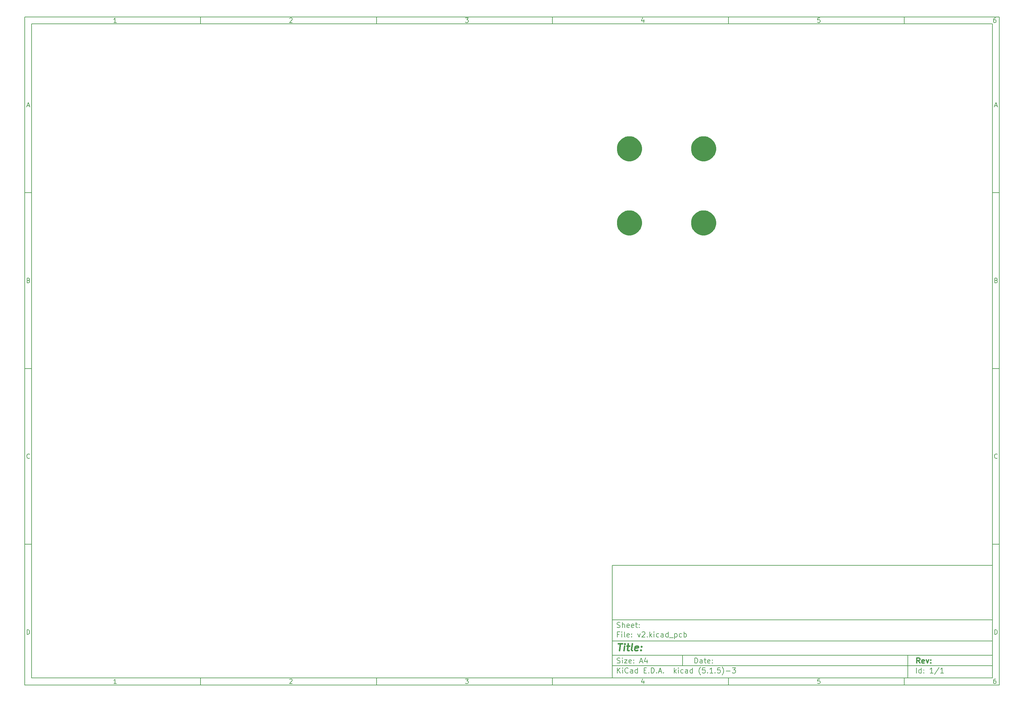
<source format=gbr>
G04 #@! TF.GenerationSoftware,KiCad,Pcbnew,(5.1.5)-3*
G04 #@! TF.CreationDate,2020-05-09T15:27:07-04:00*
G04 #@! TF.ProjectId,v2,76322e6b-6963-4616-945f-706362585858,rev?*
G04 #@! TF.SameCoordinates,Original*
G04 #@! TF.FileFunction,Soldermask,Bot*
G04 #@! TF.FilePolarity,Negative*
%FSLAX46Y46*%
G04 Gerber Fmt 4.6, Leading zero omitted, Abs format (unit mm)*
G04 Created by KiCad (PCBNEW (5.1.5)-3) date 2020-05-09 15:27:07*
%MOMM*%
%LPD*%
G04 APERTURE LIST*
%ADD10C,0.100000*%
%ADD11C,0.150000*%
%ADD12C,0.300000*%
%ADD13C,0.400000*%
G04 APERTURE END LIST*
D10*
D11*
X177002200Y-166007200D02*
X177002200Y-198007200D01*
X285002200Y-198007200D01*
X285002200Y-166007200D01*
X177002200Y-166007200D01*
D10*
D11*
X10000000Y-10000000D02*
X10000000Y-200007200D01*
X287002200Y-200007200D01*
X287002200Y-10000000D01*
X10000000Y-10000000D01*
D10*
D11*
X12000000Y-12000000D02*
X12000000Y-198007200D01*
X285002200Y-198007200D01*
X285002200Y-12000000D01*
X12000000Y-12000000D01*
D10*
D11*
X60000000Y-12000000D02*
X60000000Y-10000000D01*
D10*
D11*
X110000000Y-12000000D02*
X110000000Y-10000000D01*
D10*
D11*
X160000000Y-12000000D02*
X160000000Y-10000000D01*
D10*
D11*
X210000000Y-12000000D02*
X210000000Y-10000000D01*
D10*
D11*
X260000000Y-12000000D02*
X260000000Y-10000000D01*
D10*
D11*
X36065476Y-11588095D02*
X35322619Y-11588095D01*
X35694047Y-11588095D02*
X35694047Y-10288095D01*
X35570238Y-10473809D01*
X35446428Y-10597619D01*
X35322619Y-10659523D01*
D10*
D11*
X85322619Y-10411904D02*
X85384523Y-10350000D01*
X85508333Y-10288095D01*
X85817857Y-10288095D01*
X85941666Y-10350000D01*
X86003571Y-10411904D01*
X86065476Y-10535714D01*
X86065476Y-10659523D01*
X86003571Y-10845238D01*
X85260714Y-11588095D01*
X86065476Y-11588095D01*
D10*
D11*
X135260714Y-10288095D02*
X136065476Y-10288095D01*
X135632142Y-10783333D01*
X135817857Y-10783333D01*
X135941666Y-10845238D01*
X136003571Y-10907142D01*
X136065476Y-11030952D01*
X136065476Y-11340476D01*
X136003571Y-11464285D01*
X135941666Y-11526190D01*
X135817857Y-11588095D01*
X135446428Y-11588095D01*
X135322619Y-11526190D01*
X135260714Y-11464285D01*
D10*
D11*
X185941666Y-10721428D02*
X185941666Y-11588095D01*
X185632142Y-10226190D02*
X185322619Y-11154761D01*
X186127380Y-11154761D01*
D10*
D11*
X236003571Y-10288095D02*
X235384523Y-10288095D01*
X235322619Y-10907142D01*
X235384523Y-10845238D01*
X235508333Y-10783333D01*
X235817857Y-10783333D01*
X235941666Y-10845238D01*
X236003571Y-10907142D01*
X236065476Y-11030952D01*
X236065476Y-11340476D01*
X236003571Y-11464285D01*
X235941666Y-11526190D01*
X235817857Y-11588095D01*
X235508333Y-11588095D01*
X235384523Y-11526190D01*
X235322619Y-11464285D01*
D10*
D11*
X285941666Y-10288095D02*
X285694047Y-10288095D01*
X285570238Y-10350000D01*
X285508333Y-10411904D01*
X285384523Y-10597619D01*
X285322619Y-10845238D01*
X285322619Y-11340476D01*
X285384523Y-11464285D01*
X285446428Y-11526190D01*
X285570238Y-11588095D01*
X285817857Y-11588095D01*
X285941666Y-11526190D01*
X286003571Y-11464285D01*
X286065476Y-11340476D01*
X286065476Y-11030952D01*
X286003571Y-10907142D01*
X285941666Y-10845238D01*
X285817857Y-10783333D01*
X285570238Y-10783333D01*
X285446428Y-10845238D01*
X285384523Y-10907142D01*
X285322619Y-11030952D01*
D10*
D11*
X60000000Y-198007200D02*
X60000000Y-200007200D01*
D10*
D11*
X110000000Y-198007200D02*
X110000000Y-200007200D01*
D10*
D11*
X160000000Y-198007200D02*
X160000000Y-200007200D01*
D10*
D11*
X210000000Y-198007200D02*
X210000000Y-200007200D01*
D10*
D11*
X260000000Y-198007200D02*
X260000000Y-200007200D01*
D10*
D11*
X36065476Y-199595295D02*
X35322619Y-199595295D01*
X35694047Y-199595295D02*
X35694047Y-198295295D01*
X35570238Y-198481009D01*
X35446428Y-198604819D01*
X35322619Y-198666723D01*
D10*
D11*
X85322619Y-198419104D02*
X85384523Y-198357200D01*
X85508333Y-198295295D01*
X85817857Y-198295295D01*
X85941666Y-198357200D01*
X86003571Y-198419104D01*
X86065476Y-198542914D01*
X86065476Y-198666723D01*
X86003571Y-198852438D01*
X85260714Y-199595295D01*
X86065476Y-199595295D01*
D10*
D11*
X135260714Y-198295295D02*
X136065476Y-198295295D01*
X135632142Y-198790533D01*
X135817857Y-198790533D01*
X135941666Y-198852438D01*
X136003571Y-198914342D01*
X136065476Y-199038152D01*
X136065476Y-199347676D01*
X136003571Y-199471485D01*
X135941666Y-199533390D01*
X135817857Y-199595295D01*
X135446428Y-199595295D01*
X135322619Y-199533390D01*
X135260714Y-199471485D01*
D10*
D11*
X185941666Y-198728628D02*
X185941666Y-199595295D01*
X185632142Y-198233390D02*
X185322619Y-199161961D01*
X186127380Y-199161961D01*
D10*
D11*
X236003571Y-198295295D02*
X235384523Y-198295295D01*
X235322619Y-198914342D01*
X235384523Y-198852438D01*
X235508333Y-198790533D01*
X235817857Y-198790533D01*
X235941666Y-198852438D01*
X236003571Y-198914342D01*
X236065476Y-199038152D01*
X236065476Y-199347676D01*
X236003571Y-199471485D01*
X235941666Y-199533390D01*
X235817857Y-199595295D01*
X235508333Y-199595295D01*
X235384523Y-199533390D01*
X235322619Y-199471485D01*
D10*
D11*
X285941666Y-198295295D02*
X285694047Y-198295295D01*
X285570238Y-198357200D01*
X285508333Y-198419104D01*
X285384523Y-198604819D01*
X285322619Y-198852438D01*
X285322619Y-199347676D01*
X285384523Y-199471485D01*
X285446428Y-199533390D01*
X285570238Y-199595295D01*
X285817857Y-199595295D01*
X285941666Y-199533390D01*
X286003571Y-199471485D01*
X286065476Y-199347676D01*
X286065476Y-199038152D01*
X286003571Y-198914342D01*
X285941666Y-198852438D01*
X285817857Y-198790533D01*
X285570238Y-198790533D01*
X285446428Y-198852438D01*
X285384523Y-198914342D01*
X285322619Y-199038152D01*
D10*
D11*
X10000000Y-60000000D02*
X12000000Y-60000000D01*
D10*
D11*
X10000000Y-110000000D02*
X12000000Y-110000000D01*
D10*
D11*
X10000000Y-160000000D02*
X12000000Y-160000000D01*
D10*
D11*
X10690476Y-35216666D02*
X11309523Y-35216666D01*
X10566666Y-35588095D02*
X11000000Y-34288095D01*
X11433333Y-35588095D01*
D10*
D11*
X11092857Y-84907142D02*
X11278571Y-84969047D01*
X11340476Y-85030952D01*
X11402380Y-85154761D01*
X11402380Y-85340476D01*
X11340476Y-85464285D01*
X11278571Y-85526190D01*
X11154761Y-85588095D01*
X10659523Y-85588095D01*
X10659523Y-84288095D01*
X11092857Y-84288095D01*
X11216666Y-84350000D01*
X11278571Y-84411904D01*
X11340476Y-84535714D01*
X11340476Y-84659523D01*
X11278571Y-84783333D01*
X11216666Y-84845238D01*
X11092857Y-84907142D01*
X10659523Y-84907142D01*
D10*
D11*
X11402380Y-135464285D02*
X11340476Y-135526190D01*
X11154761Y-135588095D01*
X11030952Y-135588095D01*
X10845238Y-135526190D01*
X10721428Y-135402380D01*
X10659523Y-135278571D01*
X10597619Y-135030952D01*
X10597619Y-134845238D01*
X10659523Y-134597619D01*
X10721428Y-134473809D01*
X10845238Y-134350000D01*
X11030952Y-134288095D01*
X11154761Y-134288095D01*
X11340476Y-134350000D01*
X11402380Y-134411904D01*
D10*
D11*
X10659523Y-185588095D02*
X10659523Y-184288095D01*
X10969047Y-184288095D01*
X11154761Y-184350000D01*
X11278571Y-184473809D01*
X11340476Y-184597619D01*
X11402380Y-184845238D01*
X11402380Y-185030952D01*
X11340476Y-185278571D01*
X11278571Y-185402380D01*
X11154761Y-185526190D01*
X10969047Y-185588095D01*
X10659523Y-185588095D01*
D10*
D11*
X287002200Y-60000000D02*
X285002200Y-60000000D01*
D10*
D11*
X287002200Y-110000000D02*
X285002200Y-110000000D01*
D10*
D11*
X287002200Y-160000000D02*
X285002200Y-160000000D01*
D10*
D11*
X285692676Y-35216666D02*
X286311723Y-35216666D01*
X285568866Y-35588095D02*
X286002200Y-34288095D01*
X286435533Y-35588095D01*
D10*
D11*
X286095057Y-84907142D02*
X286280771Y-84969047D01*
X286342676Y-85030952D01*
X286404580Y-85154761D01*
X286404580Y-85340476D01*
X286342676Y-85464285D01*
X286280771Y-85526190D01*
X286156961Y-85588095D01*
X285661723Y-85588095D01*
X285661723Y-84288095D01*
X286095057Y-84288095D01*
X286218866Y-84350000D01*
X286280771Y-84411904D01*
X286342676Y-84535714D01*
X286342676Y-84659523D01*
X286280771Y-84783333D01*
X286218866Y-84845238D01*
X286095057Y-84907142D01*
X285661723Y-84907142D01*
D10*
D11*
X286404580Y-135464285D02*
X286342676Y-135526190D01*
X286156961Y-135588095D01*
X286033152Y-135588095D01*
X285847438Y-135526190D01*
X285723628Y-135402380D01*
X285661723Y-135278571D01*
X285599819Y-135030952D01*
X285599819Y-134845238D01*
X285661723Y-134597619D01*
X285723628Y-134473809D01*
X285847438Y-134350000D01*
X286033152Y-134288095D01*
X286156961Y-134288095D01*
X286342676Y-134350000D01*
X286404580Y-134411904D01*
D10*
D11*
X285661723Y-185588095D02*
X285661723Y-184288095D01*
X285971247Y-184288095D01*
X286156961Y-184350000D01*
X286280771Y-184473809D01*
X286342676Y-184597619D01*
X286404580Y-184845238D01*
X286404580Y-185030952D01*
X286342676Y-185278571D01*
X286280771Y-185402380D01*
X286156961Y-185526190D01*
X285971247Y-185588095D01*
X285661723Y-185588095D01*
D10*
D11*
X200434342Y-193785771D02*
X200434342Y-192285771D01*
X200791485Y-192285771D01*
X201005771Y-192357200D01*
X201148628Y-192500057D01*
X201220057Y-192642914D01*
X201291485Y-192928628D01*
X201291485Y-193142914D01*
X201220057Y-193428628D01*
X201148628Y-193571485D01*
X201005771Y-193714342D01*
X200791485Y-193785771D01*
X200434342Y-193785771D01*
X202577200Y-193785771D02*
X202577200Y-193000057D01*
X202505771Y-192857200D01*
X202362914Y-192785771D01*
X202077200Y-192785771D01*
X201934342Y-192857200D01*
X202577200Y-193714342D02*
X202434342Y-193785771D01*
X202077200Y-193785771D01*
X201934342Y-193714342D01*
X201862914Y-193571485D01*
X201862914Y-193428628D01*
X201934342Y-193285771D01*
X202077200Y-193214342D01*
X202434342Y-193214342D01*
X202577200Y-193142914D01*
X203077200Y-192785771D02*
X203648628Y-192785771D01*
X203291485Y-192285771D02*
X203291485Y-193571485D01*
X203362914Y-193714342D01*
X203505771Y-193785771D01*
X203648628Y-193785771D01*
X204720057Y-193714342D02*
X204577200Y-193785771D01*
X204291485Y-193785771D01*
X204148628Y-193714342D01*
X204077200Y-193571485D01*
X204077200Y-193000057D01*
X204148628Y-192857200D01*
X204291485Y-192785771D01*
X204577200Y-192785771D01*
X204720057Y-192857200D01*
X204791485Y-193000057D01*
X204791485Y-193142914D01*
X204077200Y-193285771D01*
X205434342Y-193642914D02*
X205505771Y-193714342D01*
X205434342Y-193785771D01*
X205362914Y-193714342D01*
X205434342Y-193642914D01*
X205434342Y-193785771D01*
X205434342Y-192857200D02*
X205505771Y-192928628D01*
X205434342Y-193000057D01*
X205362914Y-192928628D01*
X205434342Y-192857200D01*
X205434342Y-193000057D01*
D10*
D11*
X177002200Y-194507200D02*
X285002200Y-194507200D01*
D10*
D11*
X178434342Y-196585771D02*
X178434342Y-195085771D01*
X179291485Y-196585771D02*
X178648628Y-195728628D01*
X179291485Y-195085771D02*
X178434342Y-195942914D01*
X179934342Y-196585771D02*
X179934342Y-195585771D01*
X179934342Y-195085771D02*
X179862914Y-195157200D01*
X179934342Y-195228628D01*
X180005771Y-195157200D01*
X179934342Y-195085771D01*
X179934342Y-195228628D01*
X181505771Y-196442914D02*
X181434342Y-196514342D01*
X181220057Y-196585771D01*
X181077200Y-196585771D01*
X180862914Y-196514342D01*
X180720057Y-196371485D01*
X180648628Y-196228628D01*
X180577200Y-195942914D01*
X180577200Y-195728628D01*
X180648628Y-195442914D01*
X180720057Y-195300057D01*
X180862914Y-195157200D01*
X181077200Y-195085771D01*
X181220057Y-195085771D01*
X181434342Y-195157200D01*
X181505771Y-195228628D01*
X182791485Y-196585771D02*
X182791485Y-195800057D01*
X182720057Y-195657200D01*
X182577200Y-195585771D01*
X182291485Y-195585771D01*
X182148628Y-195657200D01*
X182791485Y-196514342D02*
X182648628Y-196585771D01*
X182291485Y-196585771D01*
X182148628Y-196514342D01*
X182077200Y-196371485D01*
X182077200Y-196228628D01*
X182148628Y-196085771D01*
X182291485Y-196014342D01*
X182648628Y-196014342D01*
X182791485Y-195942914D01*
X184148628Y-196585771D02*
X184148628Y-195085771D01*
X184148628Y-196514342D02*
X184005771Y-196585771D01*
X183720057Y-196585771D01*
X183577200Y-196514342D01*
X183505771Y-196442914D01*
X183434342Y-196300057D01*
X183434342Y-195871485D01*
X183505771Y-195728628D01*
X183577200Y-195657200D01*
X183720057Y-195585771D01*
X184005771Y-195585771D01*
X184148628Y-195657200D01*
X186005771Y-195800057D02*
X186505771Y-195800057D01*
X186720057Y-196585771D02*
X186005771Y-196585771D01*
X186005771Y-195085771D01*
X186720057Y-195085771D01*
X187362914Y-196442914D02*
X187434342Y-196514342D01*
X187362914Y-196585771D01*
X187291485Y-196514342D01*
X187362914Y-196442914D01*
X187362914Y-196585771D01*
X188077200Y-196585771D02*
X188077200Y-195085771D01*
X188434342Y-195085771D01*
X188648628Y-195157200D01*
X188791485Y-195300057D01*
X188862914Y-195442914D01*
X188934342Y-195728628D01*
X188934342Y-195942914D01*
X188862914Y-196228628D01*
X188791485Y-196371485D01*
X188648628Y-196514342D01*
X188434342Y-196585771D01*
X188077200Y-196585771D01*
X189577200Y-196442914D02*
X189648628Y-196514342D01*
X189577200Y-196585771D01*
X189505771Y-196514342D01*
X189577200Y-196442914D01*
X189577200Y-196585771D01*
X190220057Y-196157200D02*
X190934342Y-196157200D01*
X190077200Y-196585771D02*
X190577200Y-195085771D01*
X191077200Y-196585771D01*
X191577200Y-196442914D02*
X191648628Y-196514342D01*
X191577200Y-196585771D01*
X191505771Y-196514342D01*
X191577200Y-196442914D01*
X191577200Y-196585771D01*
X194577200Y-196585771D02*
X194577200Y-195085771D01*
X194720057Y-196014342D02*
X195148628Y-196585771D01*
X195148628Y-195585771D02*
X194577200Y-196157200D01*
X195791485Y-196585771D02*
X195791485Y-195585771D01*
X195791485Y-195085771D02*
X195720057Y-195157200D01*
X195791485Y-195228628D01*
X195862914Y-195157200D01*
X195791485Y-195085771D01*
X195791485Y-195228628D01*
X197148628Y-196514342D02*
X197005771Y-196585771D01*
X196720057Y-196585771D01*
X196577200Y-196514342D01*
X196505771Y-196442914D01*
X196434342Y-196300057D01*
X196434342Y-195871485D01*
X196505771Y-195728628D01*
X196577200Y-195657200D01*
X196720057Y-195585771D01*
X197005771Y-195585771D01*
X197148628Y-195657200D01*
X198434342Y-196585771D02*
X198434342Y-195800057D01*
X198362914Y-195657200D01*
X198220057Y-195585771D01*
X197934342Y-195585771D01*
X197791485Y-195657200D01*
X198434342Y-196514342D02*
X198291485Y-196585771D01*
X197934342Y-196585771D01*
X197791485Y-196514342D01*
X197720057Y-196371485D01*
X197720057Y-196228628D01*
X197791485Y-196085771D01*
X197934342Y-196014342D01*
X198291485Y-196014342D01*
X198434342Y-195942914D01*
X199791485Y-196585771D02*
X199791485Y-195085771D01*
X199791485Y-196514342D02*
X199648628Y-196585771D01*
X199362914Y-196585771D01*
X199220057Y-196514342D01*
X199148628Y-196442914D01*
X199077200Y-196300057D01*
X199077200Y-195871485D01*
X199148628Y-195728628D01*
X199220057Y-195657200D01*
X199362914Y-195585771D01*
X199648628Y-195585771D01*
X199791485Y-195657200D01*
X202077200Y-197157200D02*
X202005771Y-197085771D01*
X201862914Y-196871485D01*
X201791485Y-196728628D01*
X201720057Y-196514342D01*
X201648628Y-196157200D01*
X201648628Y-195871485D01*
X201720057Y-195514342D01*
X201791485Y-195300057D01*
X201862914Y-195157200D01*
X202005771Y-194942914D01*
X202077200Y-194871485D01*
X203362914Y-195085771D02*
X202648628Y-195085771D01*
X202577200Y-195800057D01*
X202648628Y-195728628D01*
X202791485Y-195657200D01*
X203148628Y-195657200D01*
X203291485Y-195728628D01*
X203362914Y-195800057D01*
X203434342Y-195942914D01*
X203434342Y-196300057D01*
X203362914Y-196442914D01*
X203291485Y-196514342D01*
X203148628Y-196585771D01*
X202791485Y-196585771D01*
X202648628Y-196514342D01*
X202577200Y-196442914D01*
X204077200Y-196442914D02*
X204148628Y-196514342D01*
X204077200Y-196585771D01*
X204005771Y-196514342D01*
X204077200Y-196442914D01*
X204077200Y-196585771D01*
X205577200Y-196585771D02*
X204720057Y-196585771D01*
X205148628Y-196585771D02*
X205148628Y-195085771D01*
X205005771Y-195300057D01*
X204862914Y-195442914D01*
X204720057Y-195514342D01*
X206220057Y-196442914D02*
X206291485Y-196514342D01*
X206220057Y-196585771D01*
X206148628Y-196514342D01*
X206220057Y-196442914D01*
X206220057Y-196585771D01*
X207648628Y-195085771D02*
X206934342Y-195085771D01*
X206862914Y-195800057D01*
X206934342Y-195728628D01*
X207077200Y-195657200D01*
X207434342Y-195657200D01*
X207577200Y-195728628D01*
X207648628Y-195800057D01*
X207720057Y-195942914D01*
X207720057Y-196300057D01*
X207648628Y-196442914D01*
X207577200Y-196514342D01*
X207434342Y-196585771D01*
X207077200Y-196585771D01*
X206934342Y-196514342D01*
X206862914Y-196442914D01*
X208220057Y-197157200D02*
X208291485Y-197085771D01*
X208434342Y-196871485D01*
X208505771Y-196728628D01*
X208577200Y-196514342D01*
X208648628Y-196157200D01*
X208648628Y-195871485D01*
X208577200Y-195514342D01*
X208505771Y-195300057D01*
X208434342Y-195157200D01*
X208291485Y-194942914D01*
X208220057Y-194871485D01*
X209362914Y-196014342D02*
X210505771Y-196014342D01*
X211077200Y-195085771D02*
X212005771Y-195085771D01*
X211505771Y-195657200D01*
X211720057Y-195657200D01*
X211862914Y-195728628D01*
X211934342Y-195800057D01*
X212005771Y-195942914D01*
X212005771Y-196300057D01*
X211934342Y-196442914D01*
X211862914Y-196514342D01*
X211720057Y-196585771D01*
X211291485Y-196585771D01*
X211148628Y-196514342D01*
X211077200Y-196442914D01*
D10*
D11*
X177002200Y-191507200D02*
X285002200Y-191507200D01*
D10*
D12*
X264411485Y-193785771D02*
X263911485Y-193071485D01*
X263554342Y-193785771D02*
X263554342Y-192285771D01*
X264125771Y-192285771D01*
X264268628Y-192357200D01*
X264340057Y-192428628D01*
X264411485Y-192571485D01*
X264411485Y-192785771D01*
X264340057Y-192928628D01*
X264268628Y-193000057D01*
X264125771Y-193071485D01*
X263554342Y-193071485D01*
X265625771Y-193714342D02*
X265482914Y-193785771D01*
X265197200Y-193785771D01*
X265054342Y-193714342D01*
X264982914Y-193571485D01*
X264982914Y-193000057D01*
X265054342Y-192857200D01*
X265197200Y-192785771D01*
X265482914Y-192785771D01*
X265625771Y-192857200D01*
X265697200Y-193000057D01*
X265697200Y-193142914D01*
X264982914Y-193285771D01*
X266197200Y-192785771D02*
X266554342Y-193785771D01*
X266911485Y-192785771D01*
X267482914Y-193642914D02*
X267554342Y-193714342D01*
X267482914Y-193785771D01*
X267411485Y-193714342D01*
X267482914Y-193642914D01*
X267482914Y-193785771D01*
X267482914Y-192857200D02*
X267554342Y-192928628D01*
X267482914Y-193000057D01*
X267411485Y-192928628D01*
X267482914Y-192857200D01*
X267482914Y-193000057D01*
D10*
D11*
X178362914Y-193714342D02*
X178577200Y-193785771D01*
X178934342Y-193785771D01*
X179077200Y-193714342D01*
X179148628Y-193642914D01*
X179220057Y-193500057D01*
X179220057Y-193357200D01*
X179148628Y-193214342D01*
X179077200Y-193142914D01*
X178934342Y-193071485D01*
X178648628Y-193000057D01*
X178505771Y-192928628D01*
X178434342Y-192857200D01*
X178362914Y-192714342D01*
X178362914Y-192571485D01*
X178434342Y-192428628D01*
X178505771Y-192357200D01*
X178648628Y-192285771D01*
X179005771Y-192285771D01*
X179220057Y-192357200D01*
X179862914Y-193785771D02*
X179862914Y-192785771D01*
X179862914Y-192285771D02*
X179791485Y-192357200D01*
X179862914Y-192428628D01*
X179934342Y-192357200D01*
X179862914Y-192285771D01*
X179862914Y-192428628D01*
X180434342Y-192785771D02*
X181220057Y-192785771D01*
X180434342Y-193785771D01*
X181220057Y-193785771D01*
X182362914Y-193714342D02*
X182220057Y-193785771D01*
X181934342Y-193785771D01*
X181791485Y-193714342D01*
X181720057Y-193571485D01*
X181720057Y-193000057D01*
X181791485Y-192857200D01*
X181934342Y-192785771D01*
X182220057Y-192785771D01*
X182362914Y-192857200D01*
X182434342Y-193000057D01*
X182434342Y-193142914D01*
X181720057Y-193285771D01*
X183077200Y-193642914D02*
X183148628Y-193714342D01*
X183077200Y-193785771D01*
X183005771Y-193714342D01*
X183077200Y-193642914D01*
X183077200Y-193785771D01*
X183077200Y-192857200D02*
X183148628Y-192928628D01*
X183077200Y-193000057D01*
X183005771Y-192928628D01*
X183077200Y-192857200D01*
X183077200Y-193000057D01*
X184862914Y-193357200D02*
X185577200Y-193357200D01*
X184720057Y-193785771D02*
X185220057Y-192285771D01*
X185720057Y-193785771D01*
X186862914Y-192785771D02*
X186862914Y-193785771D01*
X186505771Y-192214342D02*
X186148628Y-193285771D01*
X187077200Y-193285771D01*
D10*
D11*
X263434342Y-196585771D02*
X263434342Y-195085771D01*
X264791485Y-196585771D02*
X264791485Y-195085771D01*
X264791485Y-196514342D02*
X264648628Y-196585771D01*
X264362914Y-196585771D01*
X264220057Y-196514342D01*
X264148628Y-196442914D01*
X264077200Y-196300057D01*
X264077200Y-195871485D01*
X264148628Y-195728628D01*
X264220057Y-195657200D01*
X264362914Y-195585771D01*
X264648628Y-195585771D01*
X264791485Y-195657200D01*
X265505771Y-196442914D02*
X265577200Y-196514342D01*
X265505771Y-196585771D01*
X265434342Y-196514342D01*
X265505771Y-196442914D01*
X265505771Y-196585771D01*
X265505771Y-195657200D02*
X265577200Y-195728628D01*
X265505771Y-195800057D01*
X265434342Y-195728628D01*
X265505771Y-195657200D01*
X265505771Y-195800057D01*
X268148628Y-196585771D02*
X267291485Y-196585771D01*
X267720057Y-196585771D02*
X267720057Y-195085771D01*
X267577200Y-195300057D01*
X267434342Y-195442914D01*
X267291485Y-195514342D01*
X269862914Y-195014342D02*
X268577200Y-196942914D01*
X271148628Y-196585771D02*
X270291485Y-196585771D01*
X270720057Y-196585771D02*
X270720057Y-195085771D01*
X270577200Y-195300057D01*
X270434342Y-195442914D01*
X270291485Y-195514342D01*
D10*
D11*
X177002200Y-187507200D02*
X285002200Y-187507200D01*
D10*
D13*
X178714580Y-188211961D02*
X179857438Y-188211961D01*
X179036009Y-190211961D02*
X179286009Y-188211961D01*
X180274104Y-190211961D02*
X180440771Y-188878628D01*
X180524104Y-188211961D02*
X180416961Y-188307200D01*
X180500295Y-188402438D01*
X180607438Y-188307200D01*
X180524104Y-188211961D01*
X180500295Y-188402438D01*
X181107438Y-188878628D02*
X181869342Y-188878628D01*
X181476485Y-188211961D02*
X181262200Y-189926247D01*
X181333628Y-190116723D01*
X181512200Y-190211961D01*
X181702676Y-190211961D01*
X182655057Y-190211961D02*
X182476485Y-190116723D01*
X182405057Y-189926247D01*
X182619342Y-188211961D01*
X184190771Y-190116723D02*
X183988390Y-190211961D01*
X183607438Y-190211961D01*
X183428866Y-190116723D01*
X183357438Y-189926247D01*
X183452676Y-189164342D01*
X183571723Y-188973866D01*
X183774104Y-188878628D01*
X184155057Y-188878628D01*
X184333628Y-188973866D01*
X184405057Y-189164342D01*
X184381247Y-189354819D01*
X183405057Y-189545295D01*
X185155057Y-190021485D02*
X185238390Y-190116723D01*
X185131247Y-190211961D01*
X185047914Y-190116723D01*
X185155057Y-190021485D01*
X185131247Y-190211961D01*
X185286009Y-188973866D02*
X185369342Y-189069104D01*
X185262200Y-189164342D01*
X185178866Y-189069104D01*
X185286009Y-188973866D01*
X185262200Y-189164342D01*
D10*
D11*
X178934342Y-185600057D02*
X178434342Y-185600057D01*
X178434342Y-186385771D02*
X178434342Y-184885771D01*
X179148628Y-184885771D01*
X179720057Y-186385771D02*
X179720057Y-185385771D01*
X179720057Y-184885771D02*
X179648628Y-184957200D01*
X179720057Y-185028628D01*
X179791485Y-184957200D01*
X179720057Y-184885771D01*
X179720057Y-185028628D01*
X180648628Y-186385771D02*
X180505771Y-186314342D01*
X180434342Y-186171485D01*
X180434342Y-184885771D01*
X181791485Y-186314342D02*
X181648628Y-186385771D01*
X181362914Y-186385771D01*
X181220057Y-186314342D01*
X181148628Y-186171485D01*
X181148628Y-185600057D01*
X181220057Y-185457200D01*
X181362914Y-185385771D01*
X181648628Y-185385771D01*
X181791485Y-185457200D01*
X181862914Y-185600057D01*
X181862914Y-185742914D01*
X181148628Y-185885771D01*
X182505771Y-186242914D02*
X182577200Y-186314342D01*
X182505771Y-186385771D01*
X182434342Y-186314342D01*
X182505771Y-186242914D01*
X182505771Y-186385771D01*
X182505771Y-185457200D02*
X182577200Y-185528628D01*
X182505771Y-185600057D01*
X182434342Y-185528628D01*
X182505771Y-185457200D01*
X182505771Y-185600057D01*
X184220057Y-185385771D02*
X184577200Y-186385771D01*
X184934342Y-185385771D01*
X185434342Y-185028628D02*
X185505771Y-184957200D01*
X185648628Y-184885771D01*
X186005771Y-184885771D01*
X186148628Y-184957200D01*
X186220057Y-185028628D01*
X186291485Y-185171485D01*
X186291485Y-185314342D01*
X186220057Y-185528628D01*
X185362914Y-186385771D01*
X186291485Y-186385771D01*
X186934342Y-186242914D02*
X187005771Y-186314342D01*
X186934342Y-186385771D01*
X186862914Y-186314342D01*
X186934342Y-186242914D01*
X186934342Y-186385771D01*
X187648628Y-186385771D02*
X187648628Y-184885771D01*
X187791485Y-185814342D02*
X188220057Y-186385771D01*
X188220057Y-185385771D02*
X187648628Y-185957200D01*
X188862914Y-186385771D02*
X188862914Y-185385771D01*
X188862914Y-184885771D02*
X188791485Y-184957200D01*
X188862914Y-185028628D01*
X188934342Y-184957200D01*
X188862914Y-184885771D01*
X188862914Y-185028628D01*
X190220057Y-186314342D02*
X190077200Y-186385771D01*
X189791485Y-186385771D01*
X189648628Y-186314342D01*
X189577200Y-186242914D01*
X189505771Y-186100057D01*
X189505771Y-185671485D01*
X189577200Y-185528628D01*
X189648628Y-185457200D01*
X189791485Y-185385771D01*
X190077200Y-185385771D01*
X190220057Y-185457200D01*
X191505771Y-186385771D02*
X191505771Y-185600057D01*
X191434342Y-185457200D01*
X191291485Y-185385771D01*
X191005771Y-185385771D01*
X190862914Y-185457200D01*
X191505771Y-186314342D02*
X191362914Y-186385771D01*
X191005771Y-186385771D01*
X190862914Y-186314342D01*
X190791485Y-186171485D01*
X190791485Y-186028628D01*
X190862914Y-185885771D01*
X191005771Y-185814342D01*
X191362914Y-185814342D01*
X191505771Y-185742914D01*
X192862914Y-186385771D02*
X192862914Y-184885771D01*
X192862914Y-186314342D02*
X192720057Y-186385771D01*
X192434342Y-186385771D01*
X192291485Y-186314342D01*
X192220057Y-186242914D01*
X192148628Y-186100057D01*
X192148628Y-185671485D01*
X192220057Y-185528628D01*
X192291485Y-185457200D01*
X192434342Y-185385771D01*
X192720057Y-185385771D01*
X192862914Y-185457200D01*
X193220057Y-186528628D02*
X194362914Y-186528628D01*
X194720057Y-185385771D02*
X194720057Y-186885771D01*
X194720057Y-185457200D02*
X194862914Y-185385771D01*
X195148628Y-185385771D01*
X195291485Y-185457200D01*
X195362914Y-185528628D01*
X195434342Y-185671485D01*
X195434342Y-186100057D01*
X195362914Y-186242914D01*
X195291485Y-186314342D01*
X195148628Y-186385771D01*
X194862914Y-186385771D01*
X194720057Y-186314342D01*
X196720057Y-186314342D02*
X196577200Y-186385771D01*
X196291485Y-186385771D01*
X196148628Y-186314342D01*
X196077200Y-186242914D01*
X196005771Y-186100057D01*
X196005771Y-185671485D01*
X196077200Y-185528628D01*
X196148628Y-185457200D01*
X196291485Y-185385771D01*
X196577200Y-185385771D01*
X196720057Y-185457200D01*
X197362914Y-186385771D02*
X197362914Y-184885771D01*
X197362914Y-185457200D02*
X197505771Y-185385771D01*
X197791485Y-185385771D01*
X197934342Y-185457200D01*
X198005771Y-185528628D01*
X198077200Y-185671485D01*
X198077200Y-186100057D01*
X198005771Y-186242914D01*
X197934342Y-186314342D01*
X197791485Y-186385771D01*
X197505771Y-186385771D01*
X197362914Y-186314342D01*
D10*
D11*
X177002200Y-181507200D02*
X285002200Y-181507200D01*
D10*
D11*
X178362914Y-183614342D02*
X178577200Y-183685771D01*
X178934342Y-183685771D01*
X179077200Y-183614342D01*
X179148628Y-183542914D01*
X179220057Y-183400057D01*
X179220057Y-183257200D01*
X179148628Y-183114342D01*
X179077200Y-183042914D01*
X178934342Y-182971485D01*
X178648628Y-182900057D01*
X178505771Y-182828628D01*
X178434342Y-182757200D01*
X178362914Y-182614342D01*
X178362914Y-182471485D01*
X178434342Y-182328628D01*
X178505771Y-182257200D01*
X178648628Y-182185771D01*
X179005771Y-182185771D01*
X179220057Y-182257200D01*
X179862914Y-183685771D02*
X179862914Y-182185771D01*
X180505771Y-183685771D02*
X180505771Y-182900057D01*
X180434342Y-182757200D01*
X180291485Y-182685771D01*
X180077200Y-182685771D01*
X179934342Y-182757200D01*
X179862914Y-182828628D01*
X181791485Y-183614342D02*
X181648628Y-183685771D01*
X181362914Y-183685771D01*
X181220057Y-183614342D01*
X181148628Y-183471485D01*
X181148628Y-182900057D01*
X181220057Y-182757200D01*
X181362914Y-182685771D01*
X181648628Y-182685771D01*
X181791485Y-182757200D01*
X181862914Y-182900057D01*
X181862914Y-183042914D01*
X181148628Y-183185771D01*
X183077200Y-183614342D02*
X182934342Y-183685771D01*
X182648628Y-183685771D01*
X182505771Y-183614342D01*
X182434342Y-183471485D01*
X182434342Y-182900057D01*
X182505771Y-182757200D01*
X182648628Y-182685771D01*
X182934342Y-182685771D01*
X183077200Y-182757200D01*
X183148628Y-182900057D01*
X183148628Y-183042914D01*
X182434342Y-183185771D01*
X183577200Y-182685771D02*
X184148628Y-182685771D01*
X183791485Y-182185771D02*
X183791485Y-183471485D01*
X183862914Y-183614342D01*
X184005771Y-183685771D01*
X184148628Y-183685771D01*
X184648628Y-183542914D02*
X184720057Y-183614342D01*
X184648628Y-183685771D01*
X184577200Y-183614342D01*
X184648628Y-183542914D01*
X184648628Y-183685771D01*
X184648628Y-182757200D02*
X184720057Y-182828628D01*
X184648628Y-182900057D01*
X184577200Y-182828628D01*
X184648628Y-182757200D01*
X184648628Y-182900057D01*
D10*
D11*
X197002200Y-191507200D02*
X197002200Y-194507200D01*
D10*
D11*
X261002200Y-191507200D02*
X261002200Y-198007200D01*
D10*
G36*
X182899787Y-65165462D02*
G01*
X182899790Y-65165463D01*
X182899789Y-65165463D01*
X183546029Y-65433144D01*
X184127631Y-65821758D01*
X184622242Y-66316369D01*
X185010856Y-66897971D01*
X185125541Y-67174845D01*
X185278538Y-67544213D01*
X185415000Y-68230256D01*
X185415000Y-68929744D01*
X185278538Y-69615787D01*
X185278537Y-69615789D01*
X185010856Y-70262029D01*
X184622242Y-70843631D01*
X184127631Y-71338242D01*
X183546029Y-71726856D01*
X183089068Y-71916135D01*
X182899787Y-71994538D01*
X182213744Y-72131000D01*
X181514256Y-72131000D01*
X180828213Y-71994538D01*
X180638932Y-71916135D01*
X180181971Y-71726856D01*
X179600369Y-71338242D01*
X179105758Y-70843631D01*
X178717144Y-70262029D01*
X178449463Y-69615789D01*
X178449462Y-69615787D01*
X178313000Y-68929744D01*
X178313000Y-68230256D01*
X178449462Y-67544213D01*
X178602459Y-67174845D01*
X178717144Y-66897971D01*
X179105758Y-66316369D01*
X179600369Y-65821758D01*
X180181971Y-65433144D01*
X180828211Y-65165463D01*
X180828210Y-65165463D01*
X180828213Y-65165462D01*
X181514256Y-65029000D01*
X182213744Y-65029000D01*
X182899787Y-65165462D01*
G37*
G36*
X203981787Y-65165462D02*
G01*
X203981790Y-65165463D01*
X203981789Y-65165463D01*
X204628029Y-65433144D01*
X205209631Y-65821758D01*
X205704242Y-66316369D01*
X206092856Y-66897971D01*
X206207541Y-67174845D01*
X206360538Y-67544213D01*
X206497000Y-68230256D01*
X206497000Y-68929744D01*
X206360538Y-69615787D01*
X206360537Y-69615789D01*
X206092856Y-70262029D01*
X205704242Y-70843631D01*
X205209631Y-71338242D01*
X204628029Y-71726856D01*
X204171068Y-71916135D01*
X203981787Y-71994538D01*
X203295744Y-72131000D01*
X202596256Y-72131000D01*
X201910213Y-71994538D01*
X201720932Y-71916135D01*
X201263971Y-71726856D01*
X200682369Y-71338242D01*
X200187758Y-70843631D01*
X199799144Y-70262029D01*
X199531463Y-69615789D01*
X199531462Y-69615787D01*
X199395000Y-68929744D01*
X199395000Y-68230256D01*
X199531462Y-67544213D01*
X199684459Y-67174845D01*
X199799144Y-66897971D01*
X200187758Y-66316369D01*
X200682369Y-65821758D01*
X201263971Y-65433144D01*
X201910211Y-65165463D01*
X201910210Y-65165463D01*
X201910213Y-65165462D01*
X202596256Y-65029000D01*
X203295744Y-65029000D01*
X203981787Y-65165462D01*
G37*
G36*
X182899787Y-44083462D02*
G01*
X182899790Y-44083463D01*
X182899789Y-44083463D01*
X183546029Y-44351144D01*
X184127631Y-44739758D01*
X184622242Y-45234369D01*
X185010856Y-45815971D01*
X185125541Y-46092845D01*
X185278538Y-46462213D01*
X185415000Y-47148256D01*
X185415000Y-47847744D01*
X185278538Y-48533787D01*
X185278537Y-48533789D01*
X185010856Y-49180029D01*
X184622242Y-49761631D01*
X184127631Y-50256242D01*
X183546029Y-50644856D01*
X183089068Y-50834135D01*
X182899787Y-50912538D01*
X182213744Y-51049000D01*
X181514256Y-51049000D01*
X180828213Y-50912538D01*
X180638932Y-50834135D01*
X180181971Y-50644856D01*
X179600369Y-50256242D01*
X179105758Y-49761631D01*
X178717144Y-49180029D01*
X178449463Y-48533789D01*
X178449462Y-48533787D01*
X178313000Y-47847744D01*
X178313000Y-47148256D01*
X178449462Y-46462213D01*
X178602459Y-46092845D01*
X178717144Y-45815971D01*
X179105758Y-45234369D01*
X179600369Y-44739758D01*
X180181971Y-44351144D01*
X180828211Y-44083463D01*
X180828210Y-44083463D01*
X180828213Y-44083462D01*
X181514256Y-43947000D01*
X182213744Y-43947000D01*
X182899787Y-44083462D01*
G37*
G36*
X203981787Y-44083462D02*
G01*
X203981790Y-44083463D01*
X203981789Y-44083463D01*
X204628029Y-44351144D01*
X205209631Y-44739758D01*
X205704242Y-45234369D01*
X206092856Y-45815971D01*
X206207541Y-46092845D01*
X206360538Y-46462213D01*
X206497000Y-47148256D01*
X206497000Y-47847744D01*
X206360538Y-48533787D01*
X206360537Y-48533789D01*
X206092856Y-49180029D01*
X205704242Y-49761631D01*
X205209631Y-50256242D01*
X204628029Y-50644856D01*
X204171068Y-50834135D01*
X203981787Y-50912538D01*
X203295744Y-51049000D01*
X202596256Y-51049000D01*
X201910213Y-50912538D01*
X201720932Y-50834135D01*
X201263971Y-50644856D01*
X200682369Y-50256242D01*
X200187758Y-49761631D01*
X199799144Y-49180029D01*
X199531463Y-48533789D01*
X199531462Y-48533787D01*
X199395000Y-47847744D01*
X199395000Y-47148256D01*
X199531462Y-46462213D01*
X199684459Y-46092845D01*
X199799144Y-45815971D01*
X200187758Y-45234369D01*
X200682369Y-44739758D01*
X201263971Y-44351144D01*
X201910211Y-44083463D01*
X201910210Y-44083463D01*
X201910213Y-44083462D01*
X202596256Y-43947000D01*
X203295744Y-43947000D01*
X203981787Y-44083462D01*
G37*
M02*

</source>
